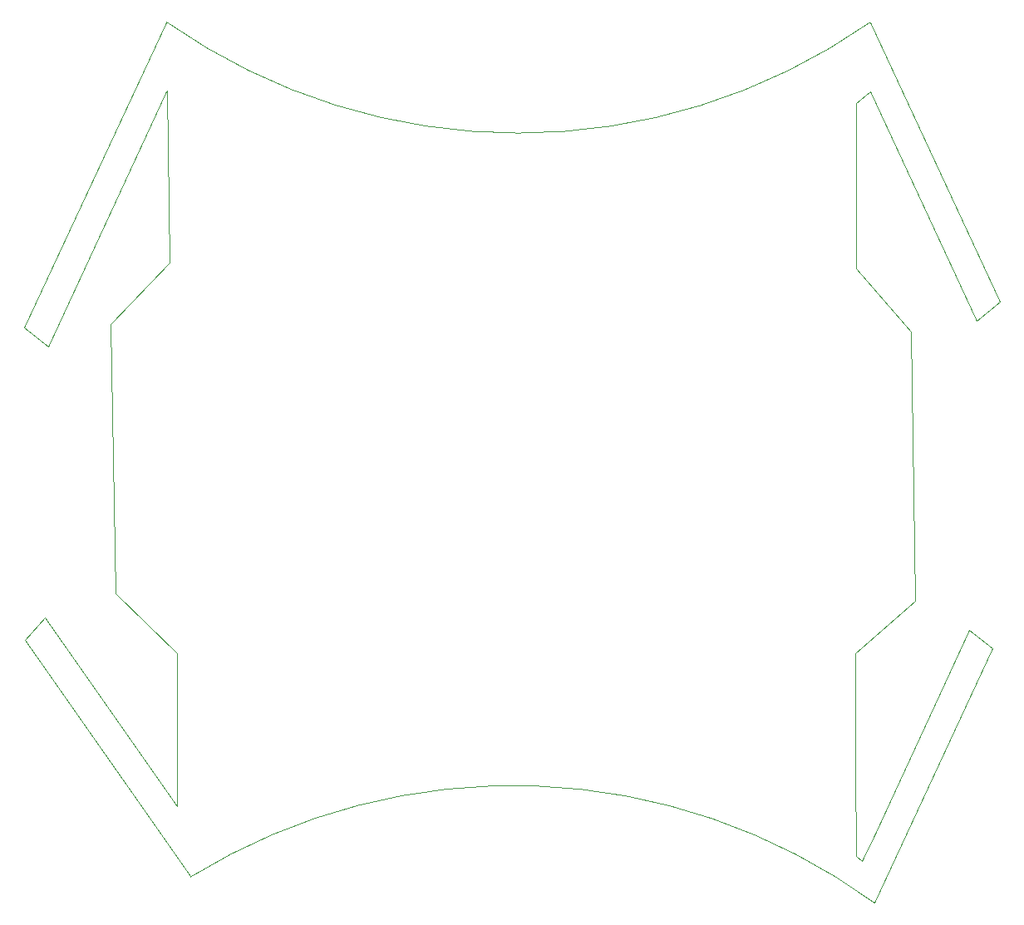
<source format=gbr>
G04*
G04 #@! TF.GenerationSoftware,Altium Limited,Altium Designer,22.4.2 (48)*
G04*
G04 Layer_Color=0*
%FSLAX44Y44*%
%MOMM*%
G71*
G04*
G04 #@! TF.SameCoordinates,72DCB881-4164-4183-B9F3-641E9368B05D*
G04*
G04*
G04 #@! TF.FilePolarity,Positive*
G04*
G01*
G75*
%ADD109C,0.0254*%
D109*
X-156829Y101550D02*
X-136739Y124178D01*
X-2331Y-68380D01*
X-2329Y88025D01*
X-64795Y148337D01*
X-69617Y423160D01*
X-9305Y485626D01*
X-12382Y661011D01*
X-13000Y660000D01*
X-133574Y400432D01*
X-157288Y419228D01*
X-12828Y730218D01*
X-12528Y730646D01*
D02*
G03*
X703828Y730218I358483J511323D01*
G01*
X836103Y445460D01*
X812389Y426663D01*
X704000Y660000D01*
X689695Y647998D01*
X690009Y480000D01*
X745383Y415660D01*
X750205Y140837D01*
X689341Y87500D01*
Y-27892D01*
X690000Y-119000D01*
X696000Y-124000D01*
X709000Y-96000D01*
X805204Y111105D01*
X828918Y92309D01*
X708828Y-166218D01*
X708495Y-166677D01*
D02*
G03*
X11882Y-140254I-368040J-507053D01*
G01*
X11342Y-139378D01*
X-156829Y101550D01*
M02*

</source>
